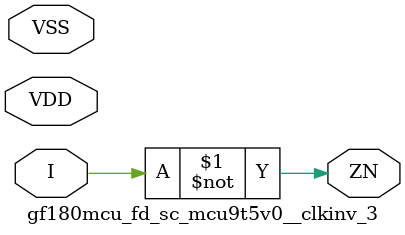
<source format=v>

module gf180mcu_fd_sc_mcu9t5v0__clkinv_3( I, ZN, VDD, VSS );
input I;
inout VDD, VSS;
output ZN;

	not MGM_BG_0( ZN, I );

endmodule

</source>
